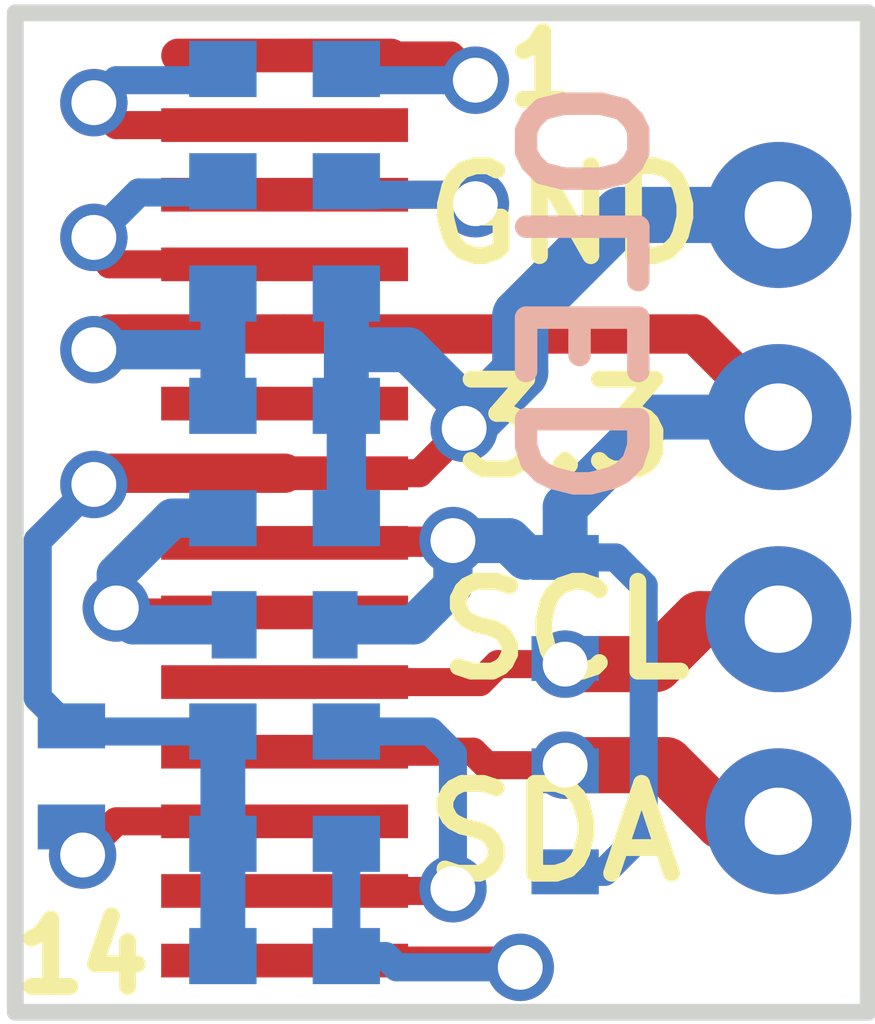
<source format=kicad_pcb>
(kicad_pcb (version 20221018) (generator pcbnew)
  (layers (0 "F.Cu" signal) (31 "B.Cu" signal) (34 "B.Paste" user) (35 "F.Paste" user) (36 "B.SilkS" user "B.Silkscreen") (37 "F.SilkS" user "F.Silkscreen") (38 "B.Mask" user) (39 "F.Mask" user) (44 "Edge.Cuts" user))
  (net 0 "")
  (net 1 "+3V3")
  (net 2 "GND")
  (net 3 "Net-(C2-Pad1)")
  (net 4 "Net-(C4-Pad1)")
  (net 5 "Net-(C4-Pad2)")
  (net 6 "Net-(C5-Pad1)")
  (net 7 "Net-(C6-Pad1)")
  (net 8 "Net-(C6-Pad2)")
  (net 9 "Net-(J2-Pad12)")
  (net 10 "Net-(J2-Pad6)")
  (net 11 "/RST")
  (net 12 "/SDA")
  (net 13 "/SCL")
  (footprint "OLED_14pin" (layer "F.Cu") (at 170 104.2 -90)
    (fp_text reference "J2" hide)
    (fp_text value "OLED" hide)
    (pad "1" smd oval (at -3.72 0 270) (size 0.3 2.2) (layers "F.Cu" "F.Paste" "F.Mask") (net 7 "Net-(C6-Pad1)"))
    (pad "2" smd rect (at -3.1 0 270) (size 0.3 2.2) (layers "F.Cu" "F.Paste" "F.Mask") (net 8 "Net-(C6-Pad2)"))
    (pad "3" smd rect (at -2.48 0 270) (size 0.3 2.2) (layers "F.Cu" "F.Paste" "F.Mask") (net 4 "Net-(C4-Pad1)"))
    (pad "4" smd rect (at -1.86 0 270) (size 0.3 2.2) (layers "F.Cu" "F.Paste" "F.Mask") (net 5 "Net-(C4-Pad2)"))
    (pad "5" smd rect (at -1.24 0 270) (size 0.3 2.2) (layers "F.Cu" "F.Paste" "F.Mask") (net 1 "+3V3"))
    (pad "6" smd rect (at -0.62 0 270) (size 0.3 2.2) (layers "F.Cu" "F.Paste" "F.Mask") (net 10 "Net-(J2-Pad6)"))
    (pad "7" smd rect (at 0 0 270) (size 0.3 2.2) (layers "F.Cu" "F.Paste" "F.Mask") (net 2 "GND"))
    (pad "8" smd rect (at 0.62 0 270) (size 0.3 2.2) (layers "F.Cu" "F.Paste" "F.Mask") (net 1 "+3V3"))
    (pad "9" smd rect (at 1.24 0 270) (size 0.3 2.2) (layers "F.Cu" "F.Paste" "F.Mask") (net 11 "/RST"))
    (pad "10" smd rect (at 1.86 0 270) (size 0.3 2.2) (layers "F.Cu" "F.Paste" "F.Mask") (net 13 "/SCL"))
    (pad "11" smd rect (at 2.48 0 270) (size 0.3 2.2) (layers "F.Cu" "F.Paste" "F.Mask") (net 12 "/SDA"))
    (pad "12" smd rect (at 3.1 0 270) (size 0.3 2.2) (layers "F.Cu" "F.Paste" "F.Mask") (net 9 "Net-(J2-Pad12)"))
    (pad "13" smd rect (at 3.72 0 270) (size 0.3 2.2) (layers "F.Cu" "F.Paste" "F.Mask") (net 3 "Net-(C2-Pad1)"))
    (pad "14" smd rect (at 4.34 0 270) (size 0.3 2.2) (layers "F.Cu" "F.Paste" "F.Mask") (net 6 "Net-(C5-Pad1)"))
  )
  (footprint "conn_4pin_TH_1.8mm" (layer "F.Cu") (at 174.4 104.6 -90)
    (fp_text reference "J1" hide)
    (fp_text value "INT" hide)
    (pad "1" thru_hole circle (at -2.7 0 270) (size 1.3 1.3) (drill 0.6) (layers "*.Cu" "*.Mask") (net 2 "GND"))
    (pad "2" thru_hole circle (at -0.9 0 270) (size 1.3 1.3) (drill 0.6) (layers "*.Cu" "*.Mask") (net 1 "+3V3"))
    (pad "3" thru_hole circle (at 0.9 0 270) (size 1.3 1.3) (drill 0.6) (layers "*.Cu" "*.Mask") (net 13 "/SCL"))
    (pad "4" thru_hole circle (at 2.7 0 270) (size 1.3 1.3) (drill 0.6) (layers "*.Cu" "*.Mask") (net 12 "/SDA"))
  )
  (footprint "Capacitors_SMD:C_0402_NoSilk" (layer "B.Cu") (at 170 103.6)
    (fp_text reference "C1" hide)
    (fp_text value "100n" hide)
    (pad "1" smd rect (at -0.55 0) (size 0.6 0.5) (layers "B.Cu" "B.Paste" "B.Mask") (net 1 "+3V3"))
    (pad "2" smd rect (at 0.55 0) (size 0.6 0.5) (layers "B.Cu" "B.Paste" "B.Mask") (net 2 "GND"))
  )
  (footprint "Capacitors_SMD:C_0402_NoSilk" (layer "B.Cu") (at 170 106.5 180)
    (fp_text reference "C2" hide)
    (fp_text value "2.2uf" hide)
    (pad "1" smd rect (at -0.55 0 180) (size 0.6 0.5) (layers "B.Cu" "B.Paste" "B.Mask") (net 3 "Net-(C2-Pad1)"))
    (pad "2" smd rect (at 0.55 0 180) (size 0.6 0.5) (layers "B.Cu" "B.Paste" "B.Mask") (net 2 "GND"))
  )
  (footprint "Capacitors_SMD:C_0402_NoSilk" (layer "B.Cu") (at 170 102.6)
    (fp_text reference "C3" hide)
    (fp_text value "4.7uf" hide)
    (pad "1" smd rect (at -0.55 0) (size 0.6 0.5) (layers "B.Cu" "B.Paste" "B.Mask") (net 1 "+3V3"))
    (pad "2" smd rect (at 0.55 0) (size 0.6 0.5) (layers "B.Cu" "B.Paste" "B.Mask") (net 2 "GND"))
  )
  (footprint "Capacitors_SMD:C_0402_NoSilk" (layer "B.Cu") (at 170 101.6 180)
    (fp_text reference "C4" hide)
    (fp_text value "1uf" hide)
    (pad "1" smd rect (at -0.55 0 180) (size 0.6 0.5) (layers "B.Cu" "B.Paste" "B.Mask") (net 4 "Net-(C4-Pad1)"))
    (pad "2" smd rect (at 0.55 0 180) (size 0.6 0.5) (layers "B.Cu" "B.Paste" "B.Mask") (net 5 "Net-(C4-Pad2)"))
  )
  (footprint "Capacitors_SMD:C_0402_NoSilk" (layer "B.Cu") (at 170 107.5 180)
    (fp_text reference "C5" hide)
    (fp_text value "4.7uf" hide)
    (pad "1" smd rect (at -0.55 0 180) (size 0.6 0.5) (layers "B.Cu" "B.Paste" "B.Mask") (net 6 "Net-(C5-Pad1)"))
    (pad "2" smd rect (at 0.55 0 180) (size 0.6 0.5) (layers "B.Cu" "B.Paste" "B.Mask") (net 2 "GND"))
  )
  (footprint "Capacitors_SMD:C_0402_NoSilk" (layer "B.Cu") (at 170 100.6 180)
    (fp_text reference "C6" hide)
    (fp_text value "1uf" hide)
    (pad "1" smd rect (at -0.55 0 180) (size 0.6 0.5) (layers "B.Cu" "B.Paste" "B.Mask") (net 7 "Net-(C6-Pad1)"))
    (pad "2" smd rect (at 0.55 0 180) (size 0.6 0.5) (layers "B.Cu" "B.Paste" "B.Mask") (net 8 "Net-(C6-Pad2)"))
  )
  (footprint "Capacitors_SMD:C_0402_NoSilk" (layer "B.Cu") (at 170 108.5 180)
    (fp_text reference "C7" hide)
    (fp_text value "100n" hide)
    (pad "1" smd rect (at -0.55 0 180) (size 0.6 0.5) (layers "B.Cu" "B.Paste" "B.Mask") (net 6 "Net-(C5-Pad1)"))
    (pad "2" smd rect (at 0.55 0 180) (size 0.6 0.5) (layers "B.Cu" "B.Paste" "B.Mask") (net 2 "GND"))
  )
  (footprint "Resistors_SMD:R_0402_NoSilk" (layer "B.Cu") (at 172.5 105.4 90)
    (fp_text reference "R1" hide)
    (fp_text value "4K7" hide)
    (pad "1" smd rect (at -0.45 0 90) (size 0.4 0.6) (layers "B.Cu" "B.Paste" "B.Mask") (net 13 "/SCL"))
    (pad "2" smd rect (at 0.45 0 90) (size 0.4 0.6) (layers "B.Cu" "B.Paste" "B.Mask") (net 1 "+3V3"))
  )
  (footprint "Resistors_SMD:R_0402_NoSilk" (layer "B.Cu") (at 172.5 107.3 -90)
    (fp_text reference "R2" hide)
    (fp_text value "4K7" hide)
    (pad "1" smd rect (at -0.45 0 270) (size 0.4 0.6) (layers "B.Cu" "B.Paste" "B.Mask") (net 12 "/SDA"))
    (pad "2" smd rect (at 0.45 0 270) (size 0.4 0.6) (layers "B.Cu" "B.Paste" "B.Mask") (net 1 "+3V3"))
  )
  (footprint "Resistors_SMD:R_0402_NoSilk" (layer "B.Cu") (at 168.1 106.9 90)
    (fp_text reference "R3" hide)
    (fp_text value "820K" hide)
    (pad "1" smd rect (at -0.45 0 90) (size 0.4 0.6) (layers "B.Cu" "B.Paste" "B.Mask") (net 9 "Net-(J2-Pad12)"))
    (pad "2" smd rect (at 0.45 0 90) (size 0.4 0.6) (layers "B.Cu" "B.Paste" "B.Mask") (net 2 "GND"))
  )
  (footprint "Resistors_SMD:R_0402_NoSilk" (layer "B.Cu") (at 170 105.55)
    (fp_text reference "R4" hide)
    (fp_text value "4K7" hide)
    (pad "1" smd rect (at -0.45 0) (size 0.4 0.6) (layers "B.Cu" "B.Paste" "B.Mask") (net 11 "/RST"))
    (pad "2" smd rect (at 0.45 0) (size 0.4 0.6) (layers "B.Cu" "B.Paste" "B.Mask") (net 1 "+3V3"))
  )
  (footprint "Capacitors_SMD:C_0402_NoSilk" (layer "B.Cu") (at 170 104.6)
    (fp_text reference "C8" hide)
    (fp_text value "1uf" hide)
    (pad "1" smd rect (at -0.55 0) (size 0.6 0.5) (layers "B.Cu" "B.Paste" "B.Mask") (net 11 "/RST"))
    (pad "2" smd rect (at 0.55 0) (size 0.6 0.5) (layers "B.Cu" "B.Paste" "B.Mask") (net 2 "GND"))
  )
  (gr_line (start 167.6 100.1) (end 167.6 109) (stroke (width 0.15)) (layer "Edge.Cuts"))
  (gr_line (start 175.2 109) (end 175.2 100.1) (stroke (width 0.15)) (layer "Edge.Cuts"))
  (gr_line (start 167.6 100.1) (end 175.2 100.1) (stroke (width 0.15)) (layer "Edge.Cuts"))
  (gr_line (start 167.6 109) (end 175.2 109) (stroke (width 0.15)) (layer "Edge.Cuts"))
  (gr_text "OLED" (at 172.7 102.6 90) (layer "B.SilkS") (effects (font (size 1 1) (thickness 0.2)) (justify mirror)))
  (gr_text "SCL" (at 172.5 105.6) (layer "F.SilkS") (effects (font (size 0.8 0.8))))
  (gr_text "SDA" (at 172.4 107.4) (layer "F.SilkS") (effects (font (size 0.8 0.8))))
  (gr_text "3.3\n" (at 172.5 103.8) (layer "F.SilkS") (effects (font (size 0.8 0.8))))
  (gr_text "14" (at 168.2 108.5) (layer "F.SilkS") (effects (font (size 0.6 0.6))))
  (gr_text "1" (at 172.3 100.6) (layer "F.SilkS") (effects (font (size 0.6 0.6))))
  (gr_text "GND\n" (at 172.5 101.9) (layer "F.SilkS") (effects (font (size 0.8 0.8))))
  (segment (start 171.48 104.82) (end 171.5 104.8) (width 0.25) (layer "F.Cu") (net 1))
  (segment (start 168.44 102.96) (end 168.3 103.1) (width 0.35) (layer "F.Cu") (net 1))
  (segment (start 170.02 104.8) (end 170 104.82) (width 0.25) (layer "F.Cu") (net 1))
  (segment (start 173.66 102.96) (end 174.4 103.7) (width 0.35) (layer "F.Cu") (net 1))
  (segment (start 170 102.96) (end 173.66 102.96) (width 0.35) (layer "F.Cu") (net 1))
  (segment (start 171.5 104.8) (end 170.02 104.8) (width 0.25) (layer "F.Cu") (net 1))
  (segment (start 170 102.96) (end 168.44 102.96) (width 0.35) (layer "F.Cu") (net 1))
  (segment (start 170 104.82) (end 171.48 104.82) (width 0.25) (layer "F.Cu") (net 1))
  (via (at 171.5 104.8) (size 0.6) (drill 0.4) (layers "F.Cu" "B.Cu") (net 1))
  (via (at 168.3 103.1) (size 0.6) (drill 0.4) (layers "F.Cu" "B.Cu") (net 1))
  (segment (start 172.85 107.75) (end 173.2 107.4) (width 0.25) (layer "B.Cu") (net 1))
  (segment (start 173.2 107.4) (end 173.2 105.2) (width 0.25) (layer "B.Cu") (net 1))
  (segment (start 173.2 105.2) (end 172.95 104.95) (width 0.25) (layer "B.Cu") (net 1))
  (segment (start 172.95 104.95) (end 172.15 104.95) (width 0.25) (layer "B.Cu") (net 1))
  (segment (start 172.15 104.95) (end 172 104.8) (width 0.25) (layer "B.Cu") (net 1))
  (segment (start 172 104.8) (end 171.5 104.8) (width 0.25) (layer "B.Cu") (net 1))
  (segment (start 173.3 103.7) (end 172.5 104.5) (width 0.4) (layer "B.Cu") (net 1))
  (segment (start 172.5 104.5) (end 172.5 104.95) (width 0.4) (layer "B.Cu") (net 1))
  (segment (start 168.3 103.1) (end 169.45 103.1) (width 0.35) (layer "B.Cu") (net 1))
  (segment (start 172.15 104.95) (end 172 104.8) (width 0.4) (layer "B.Cu") (net 1))
  (segment (start 172 104.8) (end 171.5 104.8) (width 0.4) (layer "B.Cu") (net 1))
  (segment (start 170.45 105.55) (end 171.15 105.55) (width 0.35) (layer "B.Cu") (net 1))
  (segment (start 171.5 105.2) (end 171.5 104.8) (width 0.35) (layer "B.Cu") (net 1))
  (segment (start 174.4 103.7) (end 173.3 103.7) (width 0.4) (layer "B.Cu") (net 1))
  (segment (start 171.15 105.55) (end 171.5 105.2) (width 0.35) (layer "B.Cu") (net 1))
  (segment (start 172.5 104.95) (end 172.15 104.95) (width 0.25) (layer "B.Cu") (net 1))
  (segment (start 169.45 102.7) (end 169.45 103.6) (width 0.4) (layer "B.Cu") (net 1))
  (segment (start 172.5 107.75) (end 172.85 107.75) (width 0.25) (layer "B.Cu") (net 1))
  (segment (start 168.3 104.3) (end 168.4 104.2) (width 0.25) (layer "F.Cu") (net 2))
  (segment (start 168.4 104.2) (end 170 104.2) (width 0.35) (layer "F.Cu") (net 2))
  (segment (start 171.2 104.2) (end 171.6 103.8) (width 0.25) (layer "F.Cu") (net 2))
  (segment (start 170 104.2) (end 171.2 104.2) (width 0.25) (layer "F.Cu") (net 2))
  (via (at 168.3 104.3) (size 0.6) (drill 0.4) (layers "F.Cu" "B.Cu") (net 2))
  (via (at 171.6 103.8) (size 0.6) (drill 0.4) (layers "F.Cu" "B.Cu") (net 2))
  (segment (start 169.45 107.5) (end 169.45 108.5) (width 0.4) (layer "B.Cu") (net 2))
  (segment (start 168.05 106.45) (end 167.8 106.2) (width 0.25) (layer "B.Cu") (net 2))
  (segment (start 167.8 106.2) (end 167.8 104.8) (width 0.25) (layer "B.Cu") (net 2))
  (segment (start 167.8 104.8) (end 168.3 104.3) (width 0.25) (layer "B.Cu") (net 2))
  (segment (start 173 101.9) (end 172.1 102.8) (width 0.5) (layer "B.Cu") (net 2))
  (segment (start 172.1 102.8) (end 172.1 103.3) (width 0.5) (layer "B.Cu") (net 2))
  (segment (start 172.1 103.3) (end 171.6 103.8) (width 0.5) (layer "B.Cu") (net 2))
  (segment (start 169.45 106.5) (end 169.45 107.5) (width 0.4) (layer "B.Cu") (net 2))
  (segment (start 174.4 101.9) (end 173 101.9) (width 0.5) (layer "B.Cu") (net 2))
  (segment (start 168.1 106.45) (end 168.05 106.45) (width 0.25) (layer "B.Cu") (net 2))
  (segment (start 169.45 106.5) (end 168.2 106.5) (width 0.25) (layer "B.Cu") (net 2))
  (segment (start 171.6 103.6) (end 171.1 103.1) (width 0.4) (layer "B.Cu") (net 2))
  (segment (start 171.1 103.1) (end 170.55 103.1) (width 0.4) (layer "B.Cu") (net 2))
  (segment (start 170.55 102.7) (end 170.55 103.7) (width 0.4) (layer "B.Cu") (net 2))
  (segment (start 170.55 103.6) (end 170.55 104.6) (width 0.35) (layer "B.Cu") (net 2))
  (segment (start 171.6 103.8) (end 171.6 103.6) (width 0.4) (layer "B.Cu") (net 2))
  (segment (start 171.38 107.92) (end 170 107.92) (width 0.25) (layer "F.Cu") (net 3))
  (via (at 171.5 107.9) (size 0.6) (drill 0.4) (layers "F.Cu" "B.Cu") (net 3))
  (segment (start 171.3 106.5) (end 170.55 106.5) (width 0.25) (layer "B.Cu") (net 3))
  (segment (start 171.4 107.8) (end 171.5 107.9) (width 0.25) (layer "B.Cu") (net 3))
  (segment (start 171.5 106.7) (end 171.5 107.9) (width 0.25) (layer "B.Cu") (net 3))
  (segment (start 171.3 106.5) (end 171.5 106.7) (width 0.25) (layer "B.Cu") (net 3))
  (segment (start 171.7 101.8) (end 171.62 101.72) (width 0.25) (layer "F.Cu") (net 4))
  (segment (start 171.62 101.72) (end 170 101.72) (width 0.25) (layer "F.Cu") (net 4))
  (via (at 171.7 101.8) (size 0.6) (drill 0.4) (layers "F.Cu" "B.Cu") (net 4))
  (segment (start 171.62 101.72) (end 171.7 101.8) (width 0.25) (layer "B.Cu") (net 4))
  (segment (start 170.68 101.72) (end 171.62 101.72) (width 0.25) (layer "B.Cu") (net 4))
  (segment (start 168.44 102.34) (end 168.3 102.1) (width 0.25) (layer "F.Cu") (net 5))
  (segment (start 170 102.34) (end 168.44 102.34) (width 0.25) (layer "F.Cu") (net 5))
  (via (at 168.3 102.1) (size 0.6) (drill 0.4) (layers "F.Cu" "B.Cu") (net 5))
  (segment (start 169.25 101.7) (end 169.45 101.7) (width 0.25) (layer "B.Cu") (net 5))
  (segment (start 168.3 102.1) (end 168.7 101.7) (width 0.25) (layer "B.Cu") (net 5))
  (segment (start 168.7 101.7) (end 169.25 101.7) (width 0.25) (layer "B.Cu") (net 5))
  (segment (start 172.1 108.6) (end 172.04 108.54) (width 0.25) (layer "F.Cu") (net 6))
  (segment (start 172.04 108.54) (end 170 108.54) (width 0.25) (layer "F.Cu") (net 6))
  (via (at 172.1 108.6) (size 0.6) (drill 0.4) (layers "F.Cu" "B.Cu") (net 6))
  (segment (start 170.9 108.5) (end 171 108.6) (width 0.25) (layer "B.Cu") (net 6))
  (segment (start 171 108.6) (end 172.1 108.6) (width 0.25) (layer "B.Cu") (net 6))
  (segment (start 170.55 108.5) (end 170.55 107.5) (width 0.25) (layer "B.Cu") (net 6))
  (segment (start 170.55 108.5) (end 170.9 108.5) (width 0.25) (layer "B.Cu") (net 6))
  (segment (start 171.48 100.48) (end 171.7 100.7) (width 0.25) (layer "F.Cu") (net 7))
  (segment (start 170 100.48) (end 171.48 100.48) (width 0.25) (layer "F.Cu") (net 7))
  (via (at 171.7 100.7) (size 0.6) (drill 0.4) (layers "F.Cu" "B.Cu") (net 7))
  (segment (start 171.7 100.7) (end 170.55 100.7) (width 0.25) (layer "B.Cu") (net 7))
  (segment (start 168.3 100.9) (end 168.5 101.1) (width 0.25) (layer "F.Cu") (net 8))
  (segment (start 168.5 101.1) (end 170 101.1) (width 0.25) (layer "F.Cu") (net 8))
  (via (at 168.3 100.9) (size 0.6) (drill 0.4) (layers "F.Cu" "B.Cu") (net 8))
  (segment (start 168.5 100.7) (end 168.3 100.9) (width 0.25) (layer "B.Cu") (net 8))
  (segment (start 169.45 100.7) (end 168.5 100.7) (width 0.25) (layer "B.Cu") (net 8))
  (segment (start 168.5 107.3) (end 168.2 107.6) (width 0.25) (layer "F.Cu") (net 9))
  (segment (start 170 107.3) (end 168.5 107.3) (width 0.25) (layer "F.Cu") (net 9))
  (via (at 168.2 107.6) (size 0.6) (drill 0.4) (layers "F.Cu" "B.Cu") (net 9))
  (segment (start 168.2 107.6) (end 168.1 107.5) (width 0.25) (layer "B.Cu") (net 9))
  (segment (start 168.1 107.5) (end 168.1 107.35) (width 0.25) (layer "B.Cu") (net 9))
  (segment (start 168.5 105.4) (end 168.54 105.44) (width 0.25) (layer "F.Cu") (net 11))
  (segment (start 168.54 105.44) (end 170 105.44) (width 0.25) (layer "F.Cu") (net 11))
  (via (at 168.5 105.4) (size 0.6) (drill 0.4) (layers "F.Cu" "B.Cu") (net 11))
  (segment (start 168.6 105.5) (end 168.5 105.4) (width 0.25) (layer "B.Cu") (net 11))
  (segment (start 169.55 105.55) (end 168.65 105.55) (width 0.35) (layer "B.Cu") (net 11))
  (segment (start 168.65 105.55) (end 168.5 105.4) (width 0.35) (layer "B.Cu") (net 11))
  (segment (start 168.5 105.1) (end 168.5 105.4) (width 0.35) (layer "B.Cu") (net 11))
  (segment (start 169 104.6) (end 168.5 105.1) (width 0.35) (layer "B.Cu") (net 11))
  (segment (start 169.45 104.6) (end 169 104.6) (width 0.35) (layer "B.Cu") (net 11))
  (segment (start 171.68 106.68) (end 171.8 106.8) (width 0.25) (layer "F.Cu") (net 12))
  (segment (start 171.8 106.8) (end 172.5 106.8) (width 0.25) (layer "F.Cu") (net 12))
  (segment (start 173.9 107.3) (end 173.4 106.8) (width 0.5) (layer "F.Cu") (net 12))
  (segment (start 173.4 106.8) (end 172.5 106.8) (width 0.5) (layer "F.Cu") (net 12))
  (segment (start 170 106.68) (end 171.68 106.68) (width 0.25) (layer "F.Cu") (net 12))
  (segment (start 174.4 107.3) (end 173.9 107.3) (width 0.5) (layer "F.Cu") (net 12))
  (via (at 172.5 106.8) (size 0.6) (drill 0.4) (layers "F.Cu" "B.Cu") (net 12))
  (segment (start 172.5 106.8) (end 172.5 106.85) (width 0.25) (layer "B.Cu") (net 12))
  (segment (start 171.74 106.06) (end 171.9 105.9) (width 0.25) (layer "F.Cu") (net 13))
  (segment (start 171.9 105.9) (end 172.5 105.9) (width 0.25) (layer "F.Cu") (net 13))
  (segment (start 173.7 105.5) (end 173.3 105.9) (width 0.5) (layer "F.Cu") (net 13))
  (segment (start 173.3 105.9) (end 172.5 105.9) (width 0.5) (layer "F.Cu") (net 13))
  (segment (start 170 106.06) (end 171.74 106.06) (width 0.25) (layer "F.Cu") (net 13))
  (segment (start 174.4 105.5) (end 173.7 105.5) (width 0.5) (layer "F.Cu") (net 13))
  (via (at 172.5 105.9) (size 0.6) (drill 0.4) (layers "F.Cu" "B.Cu") (net 13))
  (segment (start 172.5 105.9) (end 172.5 105.85) (width 0.25) (layer "B.Cu") (net 13))
)
</source>
